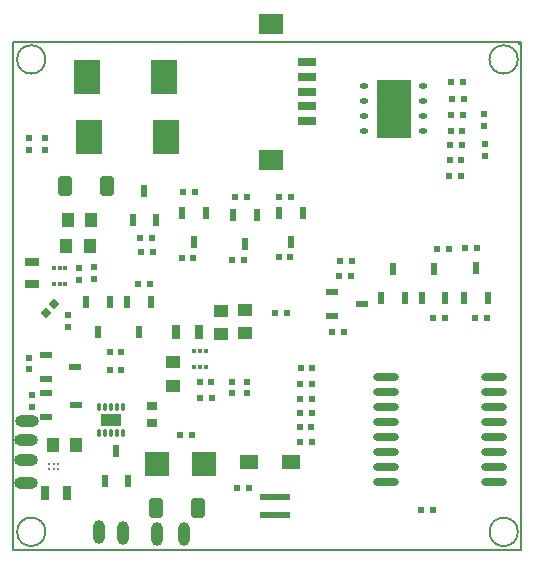
<source format=gbp>
%FSLAX25Y25*%
%MOIN*%
G70*
G01*
G75*
G04 Layer_Color=128*
%ADD10C,0.01500*%
%ADD11C,0.02000*%
%ADD12R,0.02362X0.02362*%
%ADD13R,0.05000X0.07874*%
%ADD14R,0.05000X0.05000*%
%ADD15R,0.04800X0.05600*%
%ADD16R,0.02362X0.02362*%
%ADD17R,0.02756X0.03347*%
%ADD18O,0.06299X0.01181*%
%ADD19O,0.01181X0.06299*%
%ADD20R,0.06299X0.01181*%
%ADD21C,0.03937*%
G04:AMPARAMS|DCode=22|XSize=41.34mil|YSize=86.61mil|CornerRadius=6.2mil|HoleSize=0mil|Usage=FLASHONLY|Rotation=0.000|XOffset=0mil|YOffset=0mil|HoleType=Round|Shape=RoundedRectangle|*
%AMROUNDEDRECTD22*
21,1,0.04134,0.07421,0,0,0.0*
21,1,0.02894,0.08661,0,0,0.0*
1,1,0.01240,0.01447,-0.03711*
1,1,0.01240,-0.01447,-0.03711*
1,1,0.01240,-0.01447,0.03711*
1,1,0.01240,0.01447,0.03711*
%
%ADD22ROUNDEDRECTD22*%
G04:AMPARAMS|DCode=23|XSize=39.37mil|YSize=41.34mil|CornerRadius=5.91mil|HoleSize=0mil|Usage=FLASHONLY|Rotation=0.000|XOffset=0mil|YOffset=0mil|HoleType=Round|Shape=RoundedRectangle|*
%AMROUNDEDRECTD23*
21,1,0.03937,0.02953,0,0,0.0*
21,1,0.02756,0.04134,0,0,0.0*
1,1,0.01181,0.01378,-0.01476*
1,1,0.01181,-0.01378,-0.01476*
1,1,0.01181,-0.01378,0.01476*
1,1,0.01181,0.01378,0.01476*
%
%ADD23ROUNDEDRECTD23*%
%ADD24R,0.00984X0.01083*%
%ADD25R,0.01083X0.00984*%
%ADD26R,0.03347X0.02756*%
%ADD27R,0.01890X0.01181*%
%ADD28R,0.01181X0.01890*%
%ADD29R,0.00984X0.01083*%
%ADD30R,0.01083X0.00984*%
%ADD31R,0.00787X0.01378*%
%ADD32R,0.01181X0.01378*%
%ADD33R,0.00984X0.01378*%
%ADD34R,0.01181X0.01181*%
%ADD35R,0.03937X0.02362*%
%ADD36R,0.03937X0.03150*%
%ADD37R,0.03150X0.03937*%
%ADD38R,0.09843X0.11811*%
%ADD39O,0.07087X0.02362*%
%ADD40O,0.02362X0.07087*%
%ADD41C,0.00800*%
%ADD42C,0.01000*%
%ADD43C,0.00500*%
%ADD44C,0.00600*%
%ADD45R,0.12000X0.09600*%
%ADD46C,0.02000*%
%ADD47C,0.04000*%
%ADD48C,0.03000*%
%ADD49C,0.05000*%
%ADD50C,0.04000*%
%ADD51C,0.03000*%
%ADD52R,0.05906X0.03150*%
%ADD53R,0.07874X0.07087*%
%ADD54R,0.05906X0.05118*%
%ADD55R,0.02362X0.03937*%
%ADD56R,0.07874X0.07874*%
%ADD57P,0.03341X4X90.0*%
%ADD58R,0.09843X0.01969*%
%ADD59O,0.03937X0.07874*%
%ADD60R,0.08661X0.11811*%
G04:AMPARAMS|DCode=61|XSize=45mil|YSize=65mil|CornerRadius=5.63mil|HoleSize=0mil|Usage=FLASHONLY|Rotation=0.000|XOffset=0mil|YOffset=0mil|HoleType=Round|Shape=RoundedRectangle|*
%AMROUNDEDRECTD61*
21,1,0.04500,0.05375,0,0,0.0*
21,1,0.03375,0.06500,0,0,0.0*
1,1,0.01125,0.01688,-0.02688*
1,1,0.01125,-0.01688,-0.02688*
1,1,0.01125,-0.01688,0.02688*
1,1,0.01125,0.01688,0.02688*
%
%ADD61ROUNDEDRECTD61*%
%ADD62O,0.02953X0.01772*%
%ADD63R,0.11811X0.19685*%
%ADD64O,0.08661X0.02362*%
%ADD65R,0.07087X0.04331*%
%ADD66O,0.01378X0.02756*%
%ADD67R,0.05118X0.03937*%
%ADD68R,0.01200X0.01800*%
%ADD69R,0.02559X0.04921*%
%ADD70R,0.03937X0.05118*%
%ADD71R,0.04921X0.02559*%
%ADD72C,0.00787*%
%ADD73O,0.07874X0.03937*%
%ADD74R,0.10738X0.04200*%
%ADD75C,0.01200*%
%ADD76C,0.00300*%
%ADD77C,0.00400*%
%ADD78R,0.35200X0.19400*%
%ADD79R,0.02228X0.02472*%
%ADD80R,0.03162X0.03162*%
%ADD81R,0.05800X0.08674*%
%ADD82R,0.05800X0.05800*%
%ADD83R,0.05600X0.06400*%
%ADD84R,0.03162X0.03162*%
%ADD85R,0.03556X0.04147*%
%ADD86O,0.07099X0.01981*%
%ADD87O,0.01981X0.07099*%
%ADD88R,0.07099X0.01981*%
%ADD89C,0.04737*%
G04:AMPARAMS|DCode=90|XSize=49.34mil|YSize=94.61mil|CornerRadius=7.4mil|HoleSize=0mil|Usage=FLASHONLY|Rotation=0.000|XOffset=0mil|YOffset=0mil|HoleType=Round|Shape=RoundedRectangle|*
%AMROUNDEDRECTD90*
21,1,0.04934,0.07981,0,0,0.0*
21,1,0.03454,0.09461,0,0,0.0*
1,1,0.01480,0.01727,-0.03991*
1,1,0.01480,-0.01727,-0.03991*
1,1,0.01480,-0.01727,0.03991*
1,1,0.01480,0.01727,0.03991*
%
%ADD90ROUNDEDRECTD90*%
G04:AMPARAMS|DCode=91|XSize=47.37mil|YSize=49.34mil|CornerRadius=7.11mil|HoleSize=0mil|Usage=FLASHONLY|Rotation=0.000|XOffset=0mil|YOffset=0mil|HoleType=Round|Shape=RoundedRectangle|*
%AMROUNDEDRECTD91*
21,1,0.04737,0.03513,0,0,0.0*
21,1,0.03316,0.04934,0,0,0.0*
1,1,0.01421,0.01658,-0.01756*
1,1,0.01421,-0.01658,-0.01756*
1,1,0.01421,-0.01658,0.01756*
1,1,0.01421,0.01658,0.01756*
%
%ADD91ROUNDEDRECTD91*%
%ADD92R,0.01784X0.01883*%
%ADD93R,0.01883X0.01784*%
%ADD94R,0.04147X0.03556*%
%ADD95R,0.02690X0.01981*%
%ADD96R,0.01981X0.02690*%
%ADD97R,0.01784X0.01883*%
%ADD98R,0.01883X0.01784*%
%ADD99R,0.01587X0.02178*%
%ADD100R,0.01981X0.02178*%
%ADD101R,0.01784X0.02178*%
%ADD102R,0.01981X0.01981*%
%ADD103R,0.04737X0.03162*%
%ADD104R,0.04737X0.03950*%
%ADD105R,0.03950X0.04737*%
%ADD106R,0.10642X0.12611*%
%ADD107O,0.07887X0.03162*%
%ADD108O,0.03162X0.07887*%
%ADD109R,0.06706X0.03950*%
%ADD110R,0.08674X0.07887*%
%ADD111R,0.06706X0.05918*%
%ADD112R,0.03162X0.04737*%
%ADD113R,0.08674X0.08674*%
%ADD114P,0.04472X4X90.0*%
%ADD115R,0.10642X0.02769*%
%ADD116O,0.04737X0.08674*%
%ADD117R,0.09461X0.12611*%
G04:AMPARAMS|DCode=118|XSize=53mil|YSize=73mil|CornerRadius=6.63mil|HoleSize=0mil|Usage=FLASHONLY|Rotation=0.000|XOffset=0mil|YOffset=0mil|HoleType=Round|Shape=RoundedRectangle|*
%AMROUNDEDRECTD118*
21,1,0.05300,0.05975,0,0,0.0*
21,1,0.03975,0.07300,0,0,0.0*
1,1,0.01325,0.01988,-0.02988*
1,1,0.01325,-0.01988,-0.02988*
1,1,0.01325,-0.01988,0.02988*
1,1,0.01325,0.01988,0.02988*
%
%ADD118ROUNDEDRECTD118*%
%ADD119O,0.03753X0.02572*%
%ADD120R,0.12611X0.20485*%
%ADD121O,0.09461X0.03162*%
%ADD122R,0.07887X0.05131*%
%ADD123O,0.02178X0.03556*%
%ADD124R,0.05918X0.04737*%
%ADD125R,0.02000X0.02600*%
%ADD126R,0.03359X0.05721*%
%ADD127R,0.04737X0.05918*%
%ADD128R,0.05721X0.03359*%
%ADD129C,0.01587*%
%ADD130O,0.08674X0.04737*%
D12*
X59563Y38179D02*
D03*
X55626D02*
D03*
X78393Y20550D02*
D03*
X74456D02*
D03*
X99601Y55096D02*
D03*
X95664D02*
D03*
X95664Y45496D02*
D03*
X99601D02*
D03*
X99538Y50296D02*
D03*
X95601D02*
D03*
X145893Y155842D02*
D03*
X149830Y155842D02*
D03*
X145723Y139654D02*
D03*
X149660D02*
D03*
X150083Y150222D02*
D03*
X146146D02*
D03*
X149810Y144972D02*
D03*
X145873D02*
D03*
X59992Y97047D02*
D03*
X56055D02*
D03*
X56473Y119095D02*
D03*
X60410D02*
D03*
X92308Y97370D02*
D03*
X88371D02*
D03*
X88413Y117539D02*
D03*
X92350D02*
D03*
X76804Y96565D02*
D03*
X72867D02*
D03*
X73848Y117466D02*
D03*
X77785D02*
D03*
X108972Y96128D02*
D03*
X112909D02*
D03*
X45529Y88664D02*
D03*
X41592D02*
D03*
X106285Y72685D02*
D03*
X110222D02*
D03*
X157909Y77222D02*
D03*
X153972D02*
D03*
X150482Y100390D02*
D03*
X154419D02*
D03*
X65961Y55700D02*
D03*
X62024D02*
D03*
X66209Y50547D02*
D03*
X62272D02*
D03*
X35982Y65988D02*
D03*
X32045D02*
D03*
X35982Y59888D02*
D03*
X32045D02*
D03*
X149298Y129716D02*
D03*
X145361D02*
D03*
X145587Y134958D02*
D03*
X149524D02*
D03*
X149061Y124552D02*
D03*
X145124D02*
D03*
X95384Y40998D02*
D03*
X99321D02*
D03*
X95415Y35906D02*
D03*
X99352D02*
D03*
X112580Y91317D02*
D03*
X108643D02*
D03*
X87074Y79024D02*
D03*
X91011D02*
D03*
X46384Y99178D02*
D03*
X42447D02*
D03*
X46049Y103835D02*
D03*
X42112D02*
D03*
X141145Y100045D02*
D03*
X145082D02*
D03*
X143910Y77153D02*
D03*
X139973D02*
D03*
X139936Y13332D02*
D03*
X136000D02*
D03*
X99663Y60427D02*
D03*
X95726D02*
D03*
D16*
X6174Y51603D02*
D03*
Y47666D02*
D03*
X5185Y60035D02*
D03*
Y63972D02*
D03*
X18256Y78238D02*
D03*
Y74301D02*
D03*
X21811Y93870D02*
D03*
Y89933D02*
D03*
X26886Y94118D02*
D03*
Y90181D02*
D03*
X72929Y52029D02*
D03*
Y55966D02*
D03*
X77948Y52070D02*
D03*
Y56007D02*
D03*
X157006Y131350D02*
D03*
Y135287D02*
D03*
X156770Y145189D02*
D03*
Y141252D02*
D03*
X5052Y133200D02*
D03*
Y137136D02*
D03*
X10552Y133200D02*
D03*
Y137136D02*
D03*
D26*
X46209Y48007D02*
D03*
Y42101D02*
D03*
D35*
X106285Y85759D02*
D03*
X116128Y81822D02*
D03*
X106285Y77885D02*
D03*
X11001Y52216D02*
D03*
X20844Y48279D02*
D03*
X11001Y44342D02*
D03*
X10770Y64880D02*
D03*
X20612Y60943D02*
D03*
X10770Y57006D02*
D03*
D43*
X10630Y5906D02*
G03*
X10630Y5906I-4724J0D01*
G01*
X168110Y163386D02*
G03*
X168110Y163386I-4724J0D01*
G01*
X10630D02*
G03*
X10630Y163386I-4724J0D01*
G01*
X168110Y5906D02*
G03*
X168110Y5906I-4724J0D01*
G01*
X0Y-74D02*
X169291Y-0D01*
Y169291D01*
X-0D02*
X0Y0D01*
X-0Y169291D02*
X169291D01*
X168484Y168484D02*
X169291Y169291D01*
D52*
X97700Y162485D02*
D03*
Y157564D02*
D03*
Y152643D02*
D03*
X97700Y147721D02*
D03*
X97700Y142800D02*
D03*
D53*
X85889Y130005D02*
D03*
Y175280D02*
D03*
D54*
X92393Y29150D02*
D03*
X78393Y29150D02*
D03*
D55*
X47597Y109749D02*
D03*
X43660Y119591D02*
D03*
X39723Y109749D02*
D03*
X81017Y111540D02*
D03*
X77080Y101697D02*
D03*
X73143Y111540D02*
D03*
X96354Y112261D02*
D03*
X92417Y102418D02*
D03*
X88480Y112261D02*
D03*
X64013Y112286D02*
D03*
X60076Y102443D02*
D03*
X56139Y112286D02*
D03*
X45800Y82507D02*
D03*
X41863Y72664D02*
D03*
X37926Y82507D02*
D03*
X32111D02*
D03*
X28174Y72664D02*
D03*
X24237Y82507D02*
D03*
X150161Y84022D02*
D03*
X154098Y93865D02*
D03*
X158035Y84022D02*
D03*
X122609Y83726D02*
D03*
X126546Y93568D02*
D03*
X130483Y83726D02*
D03*
X30343Y22873D02*
D03*
X34280Y32715D02*
D03*
X38217Y22873D02*
D03*
X136100Y83820D02*
D03*
X140037Y93663D02*
D03*
X143974Y83820D02*
D03*
D56*
X63595Y28546D02*
D03*
X47846D02*
D03*
D57*
X10692Y78993D02*
D03*
X13476Y81777D02*
D03*
D58*
X87201Y17571D02*
D03*
Y11671D02*
D03*
D59*
X47715Y5334D02*
D03*
X56790Y5133D02*
D03*
X36663Y5596D02*
D03*
X28651Y6008D02*
D03*
D60*
X24620Y157591D02*
D03*
X50211D02*
D03*
X25082Y137686D02*
D03*
X50673D02*
D03*
D61*
X17183Y121158D02*
D03*
X31183D02*
D03*
X47430Y13831D02*
D03*
X61430D02*
D03*
D62*
X116939Y139528D02*
D03*
Y144528D02*
D03*
Y149528D02*
D03*
Y154528D02*
D03*
X136427D02*
D03*
Y149528D02*
D03*
Y144528D02*
D03*
Y139528D02*
D03*
D63*
X126683Y147028D02*
D03*
D64*
X124177Y22677D02*
D03*
X124177Y27677D02*
D03*
X124177Y32677D02*
D03*
X124177Y37677D02*
D03*
X124177Y42677D02*
D03*
X124177Y47677D02*
D03*
X124177Y52677D02*
D03*
X124177Y57677D02*
D03*
X160201Y22677D02*
D03*
Y27677D02*
D03*
X160201Y32677D02*
D03*
X160201Y37677D02*
D03*
Y42677D02*
D03*
Y47677D02*
D03*
Y52677D02*
D03*
Y57677D02*
D03*
D65*
X32479Y43187D02*
D03*
D66*
X28542Y38856D02*
D03*
X30511Y38856D02*
D03*
X32479D02*
D03*
X34448Y38856D02*
D03*
X36416D02*
D03*
Y47518D02*
D03*
X34448D02*
D03*
X32479Y47518D02*
D03*
X30511D02*
D03*
X28542Y47518D02*
D03*
D67*
X69201Y79677D02*
D03*
Y71803D02*
D03*
X77013Y80005D02*
D03*
Y72131D02*
D03*
X53230Y54494D02*
D03*
Y62368D02*
D03*
D68*
X64018Y66092D02*
D03*
X62050D02*
D03*
X60049Y66092D02*
D03*
X62050Y60735D02*
D03*
X64018D02*
D03*
X60049Y60735D02*
D03*
X17326Y93869D02*
D03*
X15358D02*
D03*
X13358Y93869D02*
D03*
X15358Y88512D02*
D03*
X17326Y88512D02*
D03*
X13358D02*
D03*
D69*
X54330Y72529D02*
D03*
X61810D02*
D03*
X10363Y18747D02*
D03*
X17844D02*
D03*
D70*
X25440Y101100D02*
D03*
X17566D02*
D03*
X25907Y109741D02*
D03*
X18033D02*
D03*
X20935Y35005D02*
D03*
X13061Y35005D02*
D03*
D71*
X6079Y88475D02*
D03*
X6079Y95955D02*
D03*
D72*
X11818Y26851D02*
D03*
X11818Y28426D02*
D03*
X13393Y26851D02*
D03*
Y28426D02*
D03*
X14968Y26851D02*
D03*
Y28426D02*
D03*
D73*
X4406Y42902D02*
D03*
X4317Y36483D02*
D03*
X4058Y22143D02*
D03*
X4272Y29740D02*
D03*
M02*

</source>
